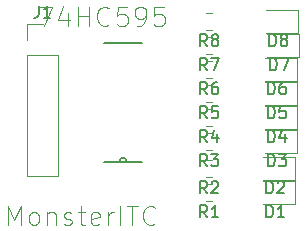
<source format=gbr>
G04 #@! TF.GenerationSoftware,KiCad,Pcbnew,(5.1.2)-2*
G04 #@! TF.CreationDate,2019-10-26T09:12:10-10:00*
G04 #@! TF.ProjectId,74HC595N_smd,37344843-3539-4354-9e5f-736d642e6b69,rev?*
G04 #@! TF.SameCoordinates,Original*
G04 #@! TF.FileFunction,Legend,Top*
G04 #@! TF.FilePolarity,Positive*
%FSLAX46Y46*%
G04 Gerber Fmt 4.6, Leading zero omitted, Abs format (unit mm)*
G04 Created by KiCad (PCBNEW (5.1.2)-2) date 2019-10-26 09:12:10*
%MOMM*%
%LPD*%
G04 APERTURE LIST*
%ADD10C,0.120000*%
%ADD11C,0.152400*%
%ADD12C,0.150000*%
%ADD13C,0.050000*%
G04 APERTURE END LIST*
D10*
X107524500Y-43744000D02*
X104839500Y-43744000D01*
X107524500Y-45664000D02*
X107524500Y-43744000D01*
X104839500Y-45664000D02*
X107524500Y-45664000D01*
X104839500Y-43632000D02*
X107524500Y-43632000D01*
X107524500Y-43632000D02*
X107524500Y-41712000D01*
X107524500Y-41712000D02*
X104839500Y-41712000D01*
X107681500Y-39426000D02*
X104996500Y-39426000D01*
X107681500Y-41346000D02*
X107681500Y-39426000D01*
X104996500Y-41346000D02*
X107681500Y-41346000D01*
X104996500Y-39314000D02*
X107681500Y-39314000D01*
X107681500Y-39314000D02*
X107681500Y-37394000D01*
X107681500Y-37394000D02*
X104996500Y-37394000D01*
X107681500Y-35362000D02*
X104996500Y-35362000D01*
X107681500Y-37282000D02*
X107681500Y-35362000D01*
X104996500Y-37282000D02*
X107681500Y-37282000D01*
X104996500Y-35250000D02*
X107681500Y-35250000D01*
X107681500Y-35250000D02*
X107681500Y-33330000D01*
X107681500Y-33330000D02*
X104996500Y-33330000D01*
X107857000Y-31298000D02*
X105172000Y-31298000D01*
X107857000Y-33218000D02*
X107857000Y-31298000D01*
X105172000Y-33218000D02*
X107857000Y-33218000D01*
X105093500Y-31186000D02*
X107778500Y-31186000D01*
X107778500Y-31186000D02*
X107778500Y-29266000D01*
X107778500Y-29266000D02*
X105093500Y-29266000D01*
X84823001Y-43287001D02*
X87483001Y-43287001D01*
X84823001Y-33067001D02*
X84823001Y-43287001D01*
X87483001Y-33067001D02*
X87483001Y-43287001D01*
X84823001Y-33067001D02*
X87483001Y-33067001D01*
X84823001Y-31797001D02*
X84823001Y-30467001D01*
X84823001Y-30467001D02*
X86153001Y-30467001D01*
X100510078Y-45414000D02*
X99992922Y-45414000D01*
X100510078Y-43994000D02*
X99992922Y-43994000D01*
X100510078Y-41962000D02*
X99992922Y-41962000D01*
X100510078Y-43382000D02*
X99992922Y-43382000D01*
X100510078Y-41096000D02*
X99992922Y-41096000D01*
X100510078Y-39676000D02*
X99992922Y-39676000D01*
X100510078Y-37644000D02*
X99992922Y-37644000D01*
X100510078Y-39064000D02*
X99992922Y-39064000D01*
X100510078Y-37032000D02*
X99992922Y-37032000D01*
X100510078Y-35612000D02*
X99992922Y-35612000D01*
X100510078Y-33580000D02*
X99992922Y-33580000D01*
X100510078Y-35000000D02*
X99992922Y-35000000D01*
X100510078Y-32968000D02*
X99992922Y-32968000D01*
X100510078Y-31548000D02*
X99992922Y-31548000D01*
X100510078Y-29516000D02*
X99992922Y-29516000D01*
X100510078Y-30936000D02*
X99992922Y-30936000D01*
D11*
X94538800Y-32080200D02*
X91389200Y-32080200D01*
X91389200Y-42087800D02*
X92659200Y-42087800D01*
X92659200Y-42087800D02*
X93268800Y-42087800D01*
X93268800Y-42087800D02*
X94538800Y-42087800D01*
X92659200Y-42087800D02*
G75*
G02X93268800Y-42087800I304800J0D01*
G01*
D12*
X105101404Y-46806380D02*
X105101404Y-45806380D01*
X105339500Y-45806380D01*
X105482357Y-45854000D01*
X105577595Y-45949238D01*
X105625214Y-46044476D01*
X105672833Y-46234952D01*
X105672833Y-46377809D01*
X105625214Y-46568285D01*
X105577595Y-46663523D01*
X105482357Y-46758761D01*
X105339500Y-46806380D01*
X105101404Y-46806380D01*
X106625214Y-46806380D02*
X106053785Y-46806380D01*
X106339500Y-46806380D02*
X106339500Y-45806380D01*
X106244261Y-45949238D01*
X106149023Y-46044476D01*
X106053785Y-46092095D01*
X105101404Y-44774380D02*
X105101404Y-43774380D01*
X105339500Y-43774380D01*
X105482357Y-43822000D01*
X105577595Y-43917238D01*
X105625214Y-44012476D01*
X105672833Y-44202952D01*
X105672833Y-44345809D01*
X105625214Y-44536285D01*
X105577595Y-44631523D01*
X105482357Y-44726761D01*
X105339500Y-44774380D01*
X105101404Y-44774380D01*
X106053785Y-43869619D02*
X106101404Y-43822000D01*
X106196642Y-43774380D01*
X106434738Y-43774380D01*
X106529976Y-43822000D01*
X106577595Y-43869619D01*
X106625214Y-43964857D01*
X106625214Y-44060095D01*
X106577595Y-44202952D01*
X106006166Y-44774380D01*
X106625214Y-44774380D01*
X105258404Y-42488380D02*
X105258404Y-41488380D01*
X105496500Y-41488380D01*
X105639357Y-41536000D01*
X105734595Y-41631238D01*
X105782214Y-41726476D01*
X105829833Y-41916952D01*
X105829833Y-42059809D01*
X105782214Y-42250285D01*
X105734595Y-42345523D01*
X105639357Y-42440761D01*
X105496500Y-42488380D01*
X105258404Y-42488380D01*
X106163166Y-41488380D02*
X106782214Y-41488380D01*
X106448880Y-41869333D01*
X106591738Y-41869333D01*
X106686976Y-41916952D01*
X106734595Y-41964571D01*
X106782214Y-42059809D01*
X106782214Y-42297904D01*
X106734595Y-42393142D01*
X106686976Y-42440761D01*
X106591738Y-42488380D01*
X106306023Y-42488380D01*
X106210785Y-42440761D01*
X106163166Y-42393142D01*
X105258404Y-40456380D02*
X105258404Y-39456380D01*
X105496500Y-39456380D01*
X105639357Y-39504000D01*
X105734595Y-39599238D01*
X105782214Y-39694476D01*
X105829833Y-39884952D01*
X105829833Y-40027809D01*
X105782214Y-40218285D01*
X105734595Y-40313523D01*
X105639357Y-40408761D01*
X105496500Y-40456380D01*
X105258404Y-40456380D01*
X106686976Y-39789714D02*
X106686976Y-40456380D01*
X106448880Y-39408761D02*
X106210785Y-40123047D01*
X106829833Y-40123047D01*
X105258404Y-38424380D02*
X105258404Y-37424380D01*
X105496500Y-37424380D01*
X105639357Y-37472000D01*
X105734595Y-37567238D01*
X105782214Y-37662476D01*
X105829833Y-37852952D01*
X105829833Y-37995809D01*
X105782214Y-38186285D01*
X105734595Y-38281523D01*
X105639357Y-38376761D01*
X105496500Y-38424380D01*
X105258404Y-38424380D01*
X106734595Y-37424380D02*
X106258404Y-37424380D01*
X106210785Y-37900571D01*
X106258404Y-37852952D01*
X106353642Y-37805333D01*
X106591738Y-37805333D01*
X106686976Y-37852952D01*
X106734595Y-37900571D01*
X106782214Y-37995809D01*
X106782214Y-38233904D01*
X106734595Y-38329142D01*
X106686976Y-38376761D01*
X106591738Y-38424380D01*
X106353642Y-38424380D01*
X106258404Y-38376761D01*
X106210785Y-38329142D01*
X105258404Y-36392380D02*
X105258404Y-35392380D01*
X105496500Y-35392380D01*
X105639357Y-35440000D01*
X105734595Y-35535238D01*
X105782214Y-35630476D01*
X105829833Y-35820952D01*
X105829833Y-35963809D01*
X105782214Y-36154285D01*
X105734595Y-36249523D01*
X105639357Y-36344761D01*
X105496500Y-36392380D01*
X105258404Y-36392380D01*
X106686976Y-35392380D02*
X106496500Y-35392380D01*
X106401261Y-35440000D01*
X106353642Y-35487619D01*
X106258404Y-35630476D01*
X106210785Y-35820952D01*
X106210785Y-36201904D01*
X106258404Y-36297142D01*
X106306023Y-36344761D01*
X106401261Y-36392380D01*
X106591738Y-36392380D01*
X106686976Y-36344761D01*
X106734595Y-36297142D01*
X106782214Y-36201904D01*
X106782214Y-35963809D01*
X106734595Y-35868571D01*
X106686976Y-35820952D01*
X106591738Y-35773333D01*
X106401261Y-35773333D01*
X106306023Y-35820952D01*
X106258404Y-35868571D01*
X106210785Y-35963809D01*
X105433904Y-34360380D02*
X105433904Y-33360380D01*
X105672000Y-33360380D01*
X105814857Y-33408000D01*
X105910095Y-33503238D01*
X105957714Y-33598476D01*
X106005333Y-33788952D01*
X106005333Y-33931809D01*
X105957714Y-34122285D01*
X105910095Y-34217523D01*
X105814857Y-34312761D01*
X105672000Y-34360380D01*
X105433904Y-34360380D01*
X106338666Y-33360380D02*
X107005333Y-33360380D01*
X106576761Y-34360380D01*
X105355404Y-32328380D02*
X105355404Y-31328380D01*
X105593500Y-31328380D01*
X105736357Y-31376000D01*
X105831595Y-31471238D01*
X105879214Y-31566476D01*
X105926833Y-31756952D01*
X105926833Y-31899809D01*
X105879214Y-32090285D01*
X105831595Y-32185523D01*
X105736357Y-32280761D01*
X105593500Y-32328380D01*
X105355404Y-32328380D01*
X106498261Y-31756952D02*
X106403023Y-31709333D01*
X106355404Y-31661714D01*
X106307785Y-31566476D01*
X106307785Y-31518857D01*
X106355404Y-31423619D01*
X106403023Y-31376000D01*
X106498261Y-31328380D01*
X106688738Y-31328380D01*
X106783976Y-31376000D01*
X106831595Y-31423619D01*
X106879214Y-31518857D01*
X106879214Y-31566476D01*
X106831595Y-31661714D01*
X106783976Y-31709333D01*
X106688738Y-31756952D01*
X106498261Y-31756952D01*
X106403023Y-31804571D01*
X106355404Y-31852190D01*
X106307785Y-31947428D01*
X106307785Y-32137904D01*
X106355404Y-32233142D01*
X106403023Y-32280761D01*
X106498261Y-32328380D01*
X106688738Y-32328380D01*
X106783976Y-32280761D01*
X106831595Y-32233142D01*
X106879214Y-32137904D01*
X106879214Y-31947428D01*
X106831595Y-31852190D01*
X106783976Y-31804571D01*
X106688738Y-31756952D01*
X85819667Y-28919381D02*
X85819667Y-29633667D01*
X85772048Y-29776524D01*
X85676810Y-29871762D01*
X85533953Y-29919381D01*
X85438715Y-29919381D01*
X86819667Y-29919381D02*
X86248239Y-29919381D01*
X86533953Y-29919381D02*
X86533953Y-28919381D01*
X86438715Y-29062239D01*
X86343477Y-29157477D01*
X86248239Y-29205096D01*
X100084833Y-46806380D02*
X99751500Y-46330190D01*
X99513404Y-46806380D02*
X99513404Y-45806380D01*
X99894357Y-45806380D01*
X99989595Y-45854000D01*
X100037214Y-45901619D01*
X100084833Y-45996857D01*
X100084833Y-46139714D01*
X100037214Y-46234952D01*
X99989595Y-46282571D01*
X99894357Y-46330190D01*
X99513404Y-46330190D01*
X101037214Y-46806380D02*
X100465785Y-46806380D01*
X100751500Y-46806380D02*
X100751500Y-45806380D01*
X100656261Y-45949238D01*
X100561023Y-46044476D01*
X100465785Y-46092095D01*
X100084833Y-44774380D02*
X99751500Y-44298190D01*
X99513404Y-44774380D02*
X99513404Y-43774380D01*
X99894357Y-43774380D01*
X99989595Y-43822000D01*
X100037214Y-43869619D01*
X100084833Y-43964857D01*
X100084833Y-44107714D01*
X100037214Y-44202952D01*
X99989595Y-44250571D01*
X99894357Y-44298190D01*
X99513404Y-44298190D01*
X100465785Y-43869619D02*
X100513404Y-43822000D01*
X100608642Y-43774380D01*
X100846738Y-43774380D01*
X100941976Y-43822000D01*
X100989595Y-43869619D01*
X101037214Y-43964857D01*
X101037214Y-44060095D01*
X100989595Y-44202952D01*
X100418166Y-44774380D01*
X101037214Y-44774380D01*
X100084833Y-42488380D02*
X99751500Y-42012190D01*
X99513404Y-42488380D02*
X99513404Y-41488380D01*
X99894357Y-41488380D01*
X99989595Y-41536000D01*
X100037214Y-41583619D01*
X100084833Y-41678857D01*
X100084833Y-41821714D01*
X100037214Y-41916952D01*
X99989595Y-41964571D01*
X99894357Y-42012190D01*
X99513404Y-42012190D01*
X100418166Y-41488380D02*
X101037214Y-41488380D01*
X100703880Y-41869333D01*
X100846738Y-41869333D01*
X100941976Y-41916952D01*
X100989595Y-41964571D01*
X101037214Y-42059809D01*
X101037214Y-42297904D01*
X100989595Y-42393142D01*
X100941976Y-42440761D01*
X100846738Y-42488380D01*
X100561023Y-42488380D01*
X100465785Y-42440761D01*
X100418166Y-42393142D01*
X100084833Y-40456380D02*
X99751500Y-39980190D01*
X99513404Y-40456380D02*
X99513404Y-39456380D01*
X99894357Y-39456380D01*
X99989595Y-39504000D01*
X100037214Y-39551619D01*
X100084833Y-39646857D01*
X100084833Y-39789714D01*
X100037214Y-39884952D01*
X99989595Y-39932571D01*
X99894357Y-39980190D01*
X99513404Y-39980190D01*
X100941976Y-39789714D02*
X100941976Y-40456380D01*
X100703880Y-39408761D02*
X100465785Y-40123047D01*
X101084833Y-40123047D01*
X100084833Y-38424380D02*
X99751500Y-37948190D01*
X99513404Y-38424380D02*
X99513404Y-37424380D01*
X99894357Y-37424380D01*
X99989595Y-37472000D01*
X100037214Y-37519619D01*
X100084833Y-37614857D01*
X100084833Y-37757714D01*
X100037214Y-37852952D01*
X99989595Y-37900571D01*
X99894357Y-37948190D01*
X99513404Y-37948190D01*
X100989595Y-37424380D02*
X100513404Y-37424380D01*
X100465785Y-37900571D01*
X100513404Y-37852952D01*
X100608642Y-37805333D01*
X100846738Y-37805333D01*
X100941976Y-37852952D01*
X100989595Y-37900571D01*
X101037214Y-37995809D01*
X101037214Y-38233904D01*
X100989595Y-38329142D01*
X100941976Y-38376761D01*
X100846738Y-38424380D01*
X100608642Y-38424380D01*
X100513404Y-38376761D01*
X100465785Y-38329142D01*
X100084833Y-36392380D02*
X99751500Y-35916190D01*
X99513404Y-36392380D02*
X99513404Y-35392380D01*
X99894357Y-35392380D01*
X99989595Y-35440000D01*
X100037214Y-35487619D01*
X100084833Y-35582857D01*
X100084833Y-35725714D01*
X100037214Y-35820952D01*
X99989595Y-35868571D01*
X99894357Y-35916190D01*
X99513404Y-35916190D01*
X100941976Y-35392380D02*
X100751500Y-35392380D01*
X100656261Y-35440000D01*
X100608642Y-35487619D01*
X100513404Y-35630476D01*
X100465785Y-35820952D01*
X100465785Y-36201904D01*
X100513404Y-36297142D01*
X100561023Y-36344761D01*
X100656261Y-36392380D01*
X100846738Y-36392380D01*
X100941976Y-36344761D01*
X100989595Y-36297142D01*
X101037214Y-36201904D01*
X101037214Y-35963809D01*
X100989595Y-35868571D01*
X100941976Y-35820952D01*
X100846738Y-35773333D01*
X100656261Y-35773333D01*
X100561023Y-35820952D01*
X100513404Y-35868571D01*
X100465785Y-35963809D01*
X100084833Y-34360380D02*
X99751500Y-33884190D01*
X99513404Y-34360380D02*
X99513404Y-33360380D01*
X99894357Y-33360380D01*
X99989595Y-33408000D01*
X100037214Y-33455619D01*
X100084833Y-33550857D01*
X100084833Y-33693714D01*
X100037214Y-33788952D01*
X99989595Y-33836571D01*
X99894357Y-33884190D01*
X99513404Y-33884190D01*
X100418166Y-33360380D02*
X101084833Y-33360380D01*
X100656261Y-34360380D01*
X100084833Y-32328380D02*
X99751500Y-31852190D01*
X99513404Y-32328380D02*
X99513404Y-31328380D01*
X99894357Y-31328380D01*
X99989595Y-31376000D01*
X100037214Y-31423619D01*
X100084833Y-31518857D01*
X100084833Y-31661714D01*
X100037214Y-31756952D01*
X99989595Y-31804571D01*
X99894357Y-31852190D01*
X99513404Y-31852190D01*
X100656261Y-31756952D02*
X100561023Y-31709333D01*
X100513404Y-31661714D01*
X100465785Y-31566476D01*
X100465785Y-31518857D01*
X100513404Y-31423619D01*
X100561023Y-31376000D01*
X100656261Y-31328380D01*
X100846738Y-31328380D01*
X100941976Y-31376000D01*
X100989595Y-31423619D01*
X101037214Y-31518857D01*
X101037214Y-31566476D01*
X100989595Y-31661714D01*
X100941976Y-31709333D01*
X100846738Y-31756952D01*
X100656261Y-31756952D01*
X100561023Y-31804571D01*
X100513404Y-31852190D01*
X100465785Y-31947428D01*
X100465785Y-32137904D01*
X100513404Y-32233142D01*
X100561023Y-32280761D01*
X100656261Y-32328380D01*
X100846738Y-32328380D01*
X100941976Y-32280761D01*
X100989595Y-32233142D01*
X101037214Y-32137904D01*
X101037214Y-31947428D01*
X100989595Y-31852190D01*
X100941976Y-31804571D01*
X100846738Y-31756952D01*
D13*
X83192349Y-47478750D02*
X83192349Y-45836880D01*
X83739639Y-47009645D01*
X84286929Y-45836880D01*
X84286929Y-47478750D01*
X85303325Y-47478750D02*
X85146956Y-47400566D01*
X85068772Y-47322382D01*
X84990587Y-47166013D01*
X84990587Y-46696907D01*
X85068772Y-46540539D01*
X85146956Y-46462355D01*
X85303325Y-46384170D01*
X85537877Y-46384170D01*
X85694246Y-46462355D01*
X85772430Y-46540539D01*
X85850615Y-46696907D01*
X85850615Y-47166013D01*
X85772430Y-47322382D01*
X85694246Y-47400566D01*
X85537877Y-47478750D01*
X85303325Y-47478750D01*
X86554273Y-46384170D02*
X86554273Y-47478750D01*
X86554273Y-46540539D02*
X86632457Y-46462355D01*
X86788826Y-46384170D01*
X87023379Y-46384170D01*
X87179747Y-46462355D01*
X87257932Y-46618723D01*
X87257932Y-47478750D01*
X87961590Y-47400566D02*
X88117959Y-47478750D01*
X88430696Y-47478750D01*
X88587065Y-47400566D01*
X88665249Y-47244197D01*
X88665249Y-47166013D01*
X88587065Y-47009645D01*
X88430696Y-46931460D01*
X88196143Y-46931460D01*
X88039775Y-46853276D01*
X87961590Y-46696907D01*
X87961590Y-46618723D01*
X88039775Y-46462355D01*
X88196143Y-46384170D01*
X88430696Y-46384170D01*
X88587065Y-46462355D01*
X89134355Y-46384170D02*
X89759829Y-46384170D01*
X89368907Y-45836880D02*
X89368907Y-47244197D01*
X89447092Y-47400566D01*
X89603460Y-47478750D01*
X89759829Y-47478750D01*
X90932593Y-47400566D02*
X90776225Y-47478750D01*
X90463487Y-47478750D01*
X90307119Y-47400566D01*
X90228935Y-47244197D01*
X90228935Y-46618723D01*
X90307119Y-46462355D01*
X90463487Y-46384170D01*
X90776225Y-46384170D01*
X90932593Y-46462355D01*
X91010777Y-46618723D01*
X91010777Y-46775092D01*
X90228935Y-46931460D01*
X91714436Y-47478750D02*
X91714436Y-46384170D01*
X91714436Y-46696907D02*
X91792620Y-46540539D01*
X91870805Y-46462355D01*
X92027173Y-46384170D01*
X92183542Y-46384170D01*
X92730832Y-47478750D02*
X92730832Y-45836880D01*
X93278122Y-45836880D02*
X94216333Y-45836880D01*
X93747227Y-47478750D02*
X93747227Y-45836880D01*
X95701835Y-47322382D02*
X95623650Y-47400566D01*
X95389097Y-47478750D01*
X95232729Y-47478750D01*
X94998176Y-47400566D01*
X94841807Y-47244197D01*
X94763623Y-47087829D01*
X94685439Y-46775092D01*
X94685439Y-46540539D01*
X94763623Y-46227802D01*
X94841807Y-46071433D01*
X94998176Y-45915065D01*
X95232729Y-45836880D01*
X95389097Y-45836880D01*
X95623650Y-45915065D01*
X95701835Y-45993249D01*
X85860269Y-28970482D02*
X86953849Y-28970482D01*
X86250833Y-30610852D01*
X88281767Y-29517272D02*
X88281767Y-30610852D01*
X87891203Y-28892369D02*
X87500639Y-30064062D01*
X88516106Y-30064062D01*
X89141009Y-30610852D02*
X89141009Y-28970482D01*
X89141009Y-29751610D02*
X90078363Y-29751610D01*
X90078363Y-30610852D02*
X90078363Y-28970482D01*
X91796846Y-30454626D02*
X91718733Y-30532739D01*
X91484395Y-30610852D01*
X91328169Y-30610852D01*
X91093830Y-30532739D01*
X90937605Y-30376513D01*
X90859492Y-30220287D01*
X90781379Y-29907836D01*
X90781379Y-29673497D01*
X90859492Y-29361046D01*
X90937605Y-29204820D01*
X91093830Y-29048595D01*
X91328169Y-28970482D01*
X91484395Y-28970482D01*
X91718733Y-29048595D01*
X91796846Y-29126707D01*
X93280990Y-28970482D02*
X92499862Y-28970482D01*
X92421749Y-29751610D01*
X92499862Y-29673497D01*
X92656087Y-29595385D01*
X93046652Y-29595385D01*
X93202877Y-29673497D01*
X93280990Y-29751610D01*
X93359103Y-29907836D01*
X93359103Y-30298400D01*
X93280990Y-30454626D01*
X93202877Y-30532739D01*
X93046652Y-30610852D01*
X92656087Y-30610852D01*
X92499862Y-30532739D01*
X92421749Y-30454626D01*
X94140232Y-30610852D02*
X94452683Y-30610852D01*
X94608909Y-30532739D01*
X94687022Y-30454626D01*
X94843247Y-30220287D01*
X94921360Y-29907836D01*
X94921360Y-29282933D01*
X94843247Y-29126707D01*
X94765135Y-29048595D01*
X94608909Y-28970482D01*
X94296457Y-28970482D01*
X94140232Y-29048595D01*
X94062119Y-29126707D01*
X93984006Y-29282933D01*
X93984006Y-29673497D01*
X94062119Y-29829723D01*
X94140232Y-29907836D01*
X94296457Y-29985949D01*
X94608909Y-29985949D01*
X94765135Y-29907836D01*
X94843247Y-29829723D01*
X94921360Y-29673497D01*
X96405505Y-28970482D02*
X95624376Y-28970482D01*
X95546263Y-29751610D01*
X95624376Y-29673497D01*
X95780602Y-29595385D01*
X96171166Y-29595385D01*
X96327392Y-29673497D01*
X96405505Y-29751610D01*
X96483617Y-29907836D01*
X96483617Y-30298400D01*
X96405505Y-30454626D01*
X96327392Y-30532739D01*
X96171166Y-30610852D01*
X95780602Y-30610852D01*
X95624376Y-30532739D01*
X95546263Y-30454626D01*
M02*

</source>
